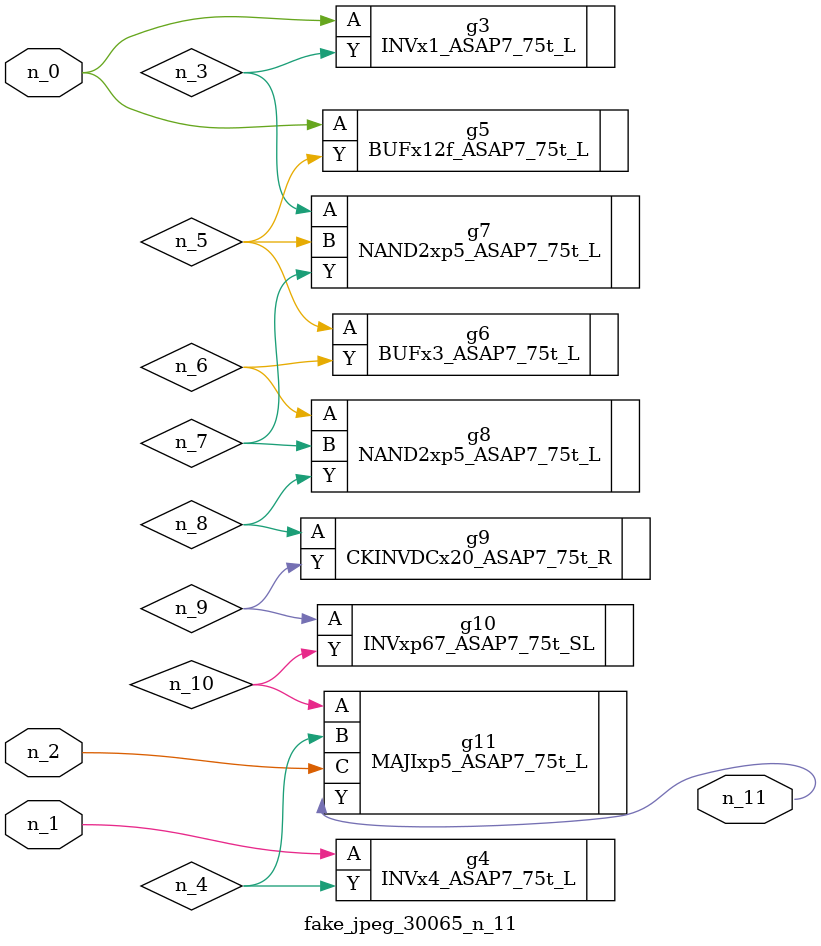
<source format=v>
module fake_jpeg_30065_n_11 (n_0, n_2, n_1, n_11);

input n_0;
input n_2;
input n_1;

output n_11;

wire n_3;
wire n_10;
wire n_4;
wire n_8;
wire n_9;
wire n_6;
wire n_5;
wire n_7;

INVx1_ASAP7_75t_L g3 ( 
.A(n_0),
.Y(n_3)
);

INVx4_ASAP7_75t_L g4 ( 
.A(n_1),
.Y(n_4)
);

BUFx12f_ASAP7_75t_L g5 ( 
.A(n_0),
.Y(n_5)
);

BUFx3_ASAP7_75t_L g6 ( 
.A(n_5),
.Y(n_6)
);

NAND2xp5_ASAP7_75t_L g8 ( 
.A(n_6),
.B(n_7),
.Y(n_8)
);

NAND2xp5_ASAP7_75t_L g7 ( 
.A(n_3),
.B(n_5),
.Y(n_7)
);

CKINVDCx20_ASAP7_75t_R g9 ( 
.A(n_8),
.Y(n_9)
);

INVxp67_ASAP7_75t_SL g10 ( 
.A(n_9),
.Y(n_10)
);

MAJIxp5_ASAP7_75t_L g11 ( 
.A(n_10),
.B(n_4),
.C(n_2),
.Y(n_11)
);


endmodule
</source>
